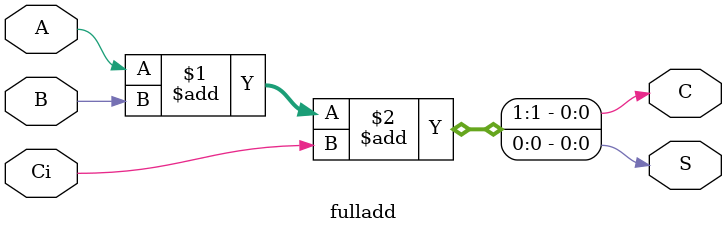
<source format=v>
module testbed;
    reg A, B, Ci;
    wire C, S ;

    fulladd fa1(C, S, A, B, Ci);
    initial 
    begin
        $monitor($time, " A = %b, B = %b , Ci = %b, Sum = %b, Carry = %b", A, B, Ci, S, C);
        A = 0; B = 0; Ci = 0;
        #10
        A = 0; B = 0; Ci = 1;
        #10
        A = 0; B = 1; Ci = 0;
        #10
        A = 1; B = 0; Ci = 0;
        #10
        A = 0; B = 1; Ci = 0;
        #10
        A = 1; B = 1; Ci = 1;
        #10
        $finish;
    end
endmodule

module fulladd(
    output C, S,
    input A, B, Ci
    );
    
    assign {C, S} = A + B + Ci;
endmodule

</source>
